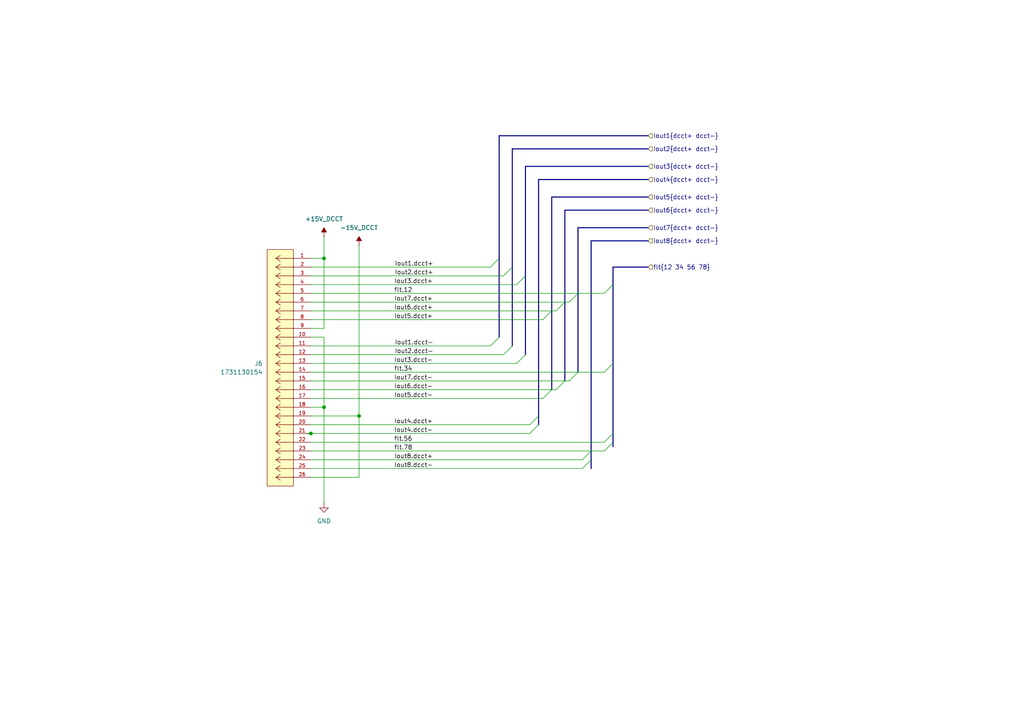
<source format=kicad_sch>
(kicad_sch (version 20250114) (generator "eeschema") (generator_version "9.0")
  (paper "A4")
  (lib_symbols
    (symbol "1731130154:1731130154" (pin_names (offset 1.016))
      (property "Reference" "J" (at 4.1656 5.3086 0))
      (property "Value" "1731130154" (at 4.8006 -31.5214 0))
      (symbol "1731130154_0_0"
        (rectangle (start 5.08 -66.04) (end 12.7 2.54) (stroke (width 0.1524)) (fill (type background)))
        (polyline (pts (xy 10.16 0) (xy 5.08 0)) (stroke (width 0.1524)))
        (polyline (pts (xy 10.16 0) (xy 8.89 0.8382)) (stroke (width 0.1524)))
        (polyline (pts (xy 10.16 0) (xy 8.89 -0.8382)) (stroke (width 0.1524)))
        (polyline (pts (xy 10.16 -2.54) (xy 5.08 -2.54)) (stroke (width 0.1524)))
        (polyline (pts (xy 10.16 -2.54) (xy 8.89 -1.7018)) (stroke (width 0.1524)))
        (polyline (pts (xy 10.16 -2.54) (xy 8.89 -3.3782)) (stroke (width 0.1524)))
        (polyline (pts (xy 10.16 -5.08) (xy 5.08 -5.08)) (stroke (width 0.1524)))
        (polyline (pts (xy 10.16 -5.08) (xy 8.89 -4.2418)) (stroke (width 0.1524)))
        (polyline (pts (xy 10.16 -5.08) (xy 8.89 -5.9182)) (stroke (width 0.1524)))
        (polyline (pts (xy 10.16 -7.62) (xy 5.08 -7.62)) (stroke (width 0.1524)))
        (polyline (pts (xy 10.16 -7.62) (xy 8.89 -6.7818)) (stroke (width 0.1524)))
        (polyline (pts (xy 10.16 -7.62) (xy 8.89 -8.4582)) (stroke (width 0.1524)))
        (polyline (pts (xy 10.16 -10.16) (xy 5.08 -10.16)) (stroke (width 0.1524)))
        (polyline (pts (xy 10.16 -10.16) (xy 8.89 -9.3218)) (stroke (width 0.1524)))
        (polyline (pts (xy 10.16 -10.16) (xy 8.89 -10.9982)) (stroke (width 0.1524)))
        (polyline (pts (xy 10.16 -12.7) (xy 5.08 -12.7)) (stroke (width 0.1524)))
        (polyline (pts (xy 10.16 -12.7) (xy 8.89 -11.8618)) (stroke (width 0.1524)))
        (polyline (pts (xy 10.16 -12.7) (xy 8.89 -13.5382)) (stroke (width 0.1524)))
        (polyline (pts (xy 10.16 -15.24) (xy 5.08 -15.24)) (stroke (width 0.1524)))
        (polyline (pts (xy 10.16 -15.24) (xy 8.89 -14.4018)) (stroke (width 0.1524)))
        (polyline (pts (xy 10.16 -15.24) (xy 8.89 -16.0782)) (stroke (width 0.1524)))
        (polyline (pts (xy 10.16 -17.78) (xy 5.08 -17.78)) (stroke (width 0.1524)))
        (polyline (pts (xy 10.16 -17.78) (xy 8.89 -16.9418)) (stroke (width 0.1524)))
        (polyline (pts (xy 10.16 -17.78) (xy 8.89 -18.6182)) (stroke (width 0.1524)))
        (polyline (pts (xy 10.16 -20.32) (xy 5.08 -20.32)) (stroke (width 0.1524)))
        (polyline (pts (xy 10.16 -20.32) (xy 8.89 -19.4818)) (stroke (width 0.1524)))
        (polyline (pts (xy 10.16 -20.32) (xy 8.89 -21.1582)) (stroke (width 0.1524)))
        (polyline (pts (xy 10.16 -22.86) (xy 5.08 -22.86)) (stroke (width 0.1524)))
        (polyline (pts (xy 10.16 -22.86) (xy 8.89 -22.0218)) (stroke (width 0.1524)))
        (polyline (pts (xy 10.16 -22.86) (xy 8.89 -23.6982)) (stroke (width 0.1524)))
        (polyline (pts (xy 10.16 -25.4) (xy 5.08 -25.4)) (stroke (width 0.1524)))
        (polyline (pts (xy 10.16 -25.4) (xy 8.89 -24.5618)) (stroke (width 0.1524)))
        (polyline (pts (xy 10.16 -25.4) (xy 8.89 -26.2382)) (stroke (width 0.1524)))
        (polyline (pts (xy 10.16 -27.94) (xy 5.08 -27.94)) (stroke (width 0.1524)))
        (polyline (pts (xy 10.16 -27.94) (xy 8.89 -27.1018)) (stroke (width 0.1524)))
        (polyline (pts (xy 10.16 -27.94) (xy 8.89 -28.7782)) (stroke (width 0.1524)))
        (polyline (pts (xy 10.16 -30.48) (xy 5.08 -30.48)) (stroke (width 0.1524)))
        (polyline (pts (xy 10.16 -30.48) (xy 8.89 -29.6418)) (stroke (width 0.1524)))
        (polyline (pts (xy 10.16 -30.48) (xy 8.89 -31.3182)) (stroke (width 0.1524)))
        (polyline (pts (xy 10.16 -33.02) (xy 5.08 -33.02)) (stroke (width 0.1524)))
        (polyline (pts (xy 10.16 -33.02) (xy 8.89 -32.1818)) (stroke (width 0.1524)))
        (polyline (pts (xy 10.16 -33.02) (xy 8.89 -33.8582)) (stroke (width 0.1524)))
        (polyline (pts (xy 10.16 -35.56) (xy 5.08 -35.56)) (stroke (width 0.1524)))
        (polyline (pts (xy 10.16 -35.56) (xy 8.89 -34.7218)) (stroke (width 0.1524)))
        (polyline (pts (xy 10.16 -35.56) (xy 8.89 -36.3982)) (stroke (width 0.1524)))
        (polyline (pts (xy 10.16 -38.1) (xy 5.08 -38.1)) (stroke (width 0.1524)))
        (polyline (pts (xy 10.16 -38.1) (xy 8.89 -37.2618)) (stroke (width 0.1524)))
        (polyline (pts (xy 10.16 -38.1) (xy 8.89 -38.9382)) (stroke (width 0.1524)))
        (polyline (pts (xy 10.16 -40.64) (xy 5.08 -40.64)) (stroke (width 0.1524)))
        (polyline (pts (xy 10.16 -40.64) (xy 8.89 -39.8018)) (stroke (width 0.1524)))
        (polyline (pts (xy 10.16 -40.64) (xy 8.89 -41.4782)) (stroke (width 0.1524)))
        (polyline (pts (xy 10.16 -43.18) (xy 5.08 -43.18)) (stroke (width 0.1524)))
        (polyline (pts (xy 10.16 -43.18) (xy 8.89 -42.3418)) (stroke (width 0.1524)))
        (polyline (pts (xy 10.16 -43.18) (xy 8.89 -44.0182)) (stroke (width 0.1524)))
        (polyline (pts (xy 10.16 -45.72) (xy 5.08 -45.72)) (stroke (width 0.1524)))
        (polyline (pts (xy 10.16 -45.72) (xy 8.89 -44.8818)) (stroke (width 0.1524)))
        (polyline (pts (xy 10.16 -45.72) (xy 8.89 -46.5582)) (stroke (width 0.1524)))
        (polyline (pts (xy 10.16 -48.26) (xy 5.08 -48.26)) (stroke (width 0.1524)))
        (polyline (pts (xy 10.16 -48.26) (xy 8.89 -47.4218)) (stroke (width 0.1524)))
        (polyline (pts (xy 10.16 -48.26) (xy 8.89 -49.0982)) (stroke (width 0.1524)))
        (polyline (pts (xy 10.16 -50.8) (xy 5.08 -50.8)) (stroke (width 0.1524)))
        (polyline (pts (xy 10.16 -50.8) (xy 8.89 -49.9618)) (stroke (width 0.1524)))
        (polyline (pts (xy 10.16 -50.8) (xy 8.89 -51.6382)) (stroke (width 0.1524)))
        (polyline (pts (xy 10.16 -53.34) (xy 5.08 -53.34)) (stroke (width 0.1524)))
        (polyline (pts (xy 10.16 -53.34) (xy 8.89 -52.5018)) (stroke (width 0.1524)))
        (polyline (pts (xy 10.16 -53.34) (xy 8.89 -54.1782)) (stroke (width 0.1524)))
        (polyline (pts (xy 10.16 -55.88) (xy 5.08 -55.88)) (stroke (width 0.1524)))
        (polyline (pts (xy 10.16 -55.88) (xy 8.89 -55.0418)) (stroke (width 0.1524)))
        (polyline (pts (xy 10.16 -55.88) (xy 8.89 -56.7182)) (stroke (width 0.1524)))
        (polyline (pts (xy 10.16 -58.42) (xy 5.08 -58.42)) (stroke (width 0.1524)))
        (polyline (pts (xy 10.16 -58.42) (xy 8.89 -57.5818)) (stroke (width 0.1524)))
        (polyline (pts (xy 10.16 -58.42) (xy 8.89 -59.2582)) (stroke (width 0.1524)))
        (polyline (pts (xy 10.16 -60.96) (xy 5.08 -60.96)) (stroke (width 0.1524)))
        (polyline (pts (xy 10.16 -60.96) (xy 8.89 -60.1218)) (stroke (width 0.1524)))
        (polyline (pts (xy 10.16 -60.96) (xy 8.89 -61.7982)) (stroke (width 0.1524)))
        (polyline (pts (xy 10.16 -63.5) (xy 5.08 -63.5)) (stroke (width 0.1524)))
        (polyline (pts (xy 10.16 -63.5) (xy 8.89 -62.6618)) (stroke (width 0.1524)))
        (polyline (pts (xy 10.16 -63.5) (xy 8.89 -64.3382)) (stroke (width 0.1524)))
        (pin passive line (at 0 0 0) (length 5.08) (name "~") (number "1"))
        (pin passive line (at 0 -2.54 0) (length 5.08) (name "~") (number "2"))
        (pin passive line (at 0 -5.08 0) (length 5.08) (name "~") (number "3"))
        (pin passive line (at 0 -7.62 0) (length 5.08) (name "~") (number "4"))
        (pin passive line (at 0 -10.16 0) (length 5.08) (name "~") (number "5"))
        (pin passive line (at 0 -12.7 0) (length 5.08) (name "~") (number "6"))
        (pin passive line (at 0 -15.24 0) (length 5.08) (name "~") (number "7"))
        (pin passive line (at 0 -17.78 0) (length 5.08) (name "~") (number "8"))
        (pin passive line (at 0 -20.32 0) (length 5.08) (name "~") (number "9"))
        (pin passive line (at 0 -22.86 0) (length 5.08) (name "~") (number "10"))
        (pin passive line (at 0 -25.4 0) (length 5.08) (name "~") (number "11"))
        (pin passive line (at 0 -27.94 0) (length 5.08) (name "~") (number "12"))
        (pin passive line (at 0 -30.48 0) (length 5.08) (name "~") (number "13"))
        (pin passive line (at 0 -33.02 0) (length 5.08) (name "~") (number "14"))
        (pin passive line (at 0 -35.56 0) (length 5.08) (name "~") (number "15"))
        (pin passive line (at 0 -38.1 0) (length 5.08) (name "~") (number "16"))
        (pin passive line (at 0 -40.64 0) (length 5.08) (name "~") (number "17"))
        (pin passive line (at 0 -43.18 0) (length 5.08) (name "~") (number "18"))
        (pin passive line (at 0 -45.72 0) (length 5.08) (name "~") (number "19"))
        (pin passive line (at 0 -48.26 0) (length 5.08) (name "~") (number "20"))
        (pin passive line (at 0 -50.8 0) (length 5.08) (name "~") (number "21"))
        (pin passive line (at 0 -53.34 0) (length 5.08) (name "~") (number "22"))
        (pin passive line (at 0 -55.88 0) (length 5.08) (name "~") (number "23"))
        (pin passive line (at 0 -58.42 0) (length 5.08) (name "~") (number "24"))
        (pin passive line (at 0 -60.96 0) (length 5.08) (name "~") (number "25"))
        (pin passive line (at 0 -63.5 0) (length 5.08) (name "~") (number "26"))
      )
    )
    (symbol "power:GND" (power) (pin_numbers (hide yes)) (pin_names (offset 0) (hide yes))
      (property "Value" "GND" (at 0 -3.81 0))
      (symbol "GND_0_1"
        (polyline (pts (xy 0 0) (xy 0 -1.27) (xy 1.27 -1.27) (xy 0 -2.54) (xy -1.27 -1.27) (xy 0 -1.27)))
      )
      (symbol "GND_1_1"
        (pin power_in line (at 0 0 270) (length 0) (name "~") (number "1"))
      )
    )
    (symbol "psc:+15V_DCCT" (power) (pin_numbers (hide yes)) (pin_names (offset 0) (hide yes))
      (property "Value" "+15V_DCCT" (at 0 3.556 0))
      (symbol "+15V_DCCT_0_0"
        (pin power_in line (at 0 0 90) (length 0) (name "~") (number "1"))
      )
      (symbol "+15V_DCCT_0_1"
        (polyline (pts (xy 0 0) (xy 0 1.27) (xy 0.762 1.27) (xy 0 2.54) (xy -0.762 1.27) (xy 0 1.27)) (fill (type outline)))
      )
    )
    (symbol "psc:-15V_DCCT" (power) (pin_numbers (hide yes)) (pin_names (offset 0) (hide yes))
      (property "Value" "-15V_DCCT" (at 0 3.556 0))
      (symbol "-15V_DCCT_0_0"
        (pin power_in line (at 0 0 90) (length 0) (name "~") (number "1"))
      )
      (symbol "-15V_DCCT_0_1"
        (polyline (pts (xy 0 0) (xy 0 1.27) (xy 0.762 1.27) (xy 0 2.54) (xy -0.762 1.27) (xy 0 1.27)) (fill (type outline)))
      )
    )
  )
  (junction (at 93.98 118.11))
  (junction (at 90.17 125.73))
  (junction (at 104.14 120.65))
  (junction (at 93.98 74.93))
  (bus_entry (at 152.4 102.87) (size -2.54 2.54))
  (bus_entry (at 160.02 90.17) (size -2.54 2.54))
  (bus_entry (at 148.59 100.33) (size -2.54 2.54))
  (bus_entry (at 156.21 120.65) (size -2.54 2.54))
  (bus_entry (at 152.4 80.01) (size -2.54 2.54))
  (bus_entry (at 156.21 123.19) (size -2.54 2.54))
  (bus_entry (at 148.59 77.47) (size -2.54 2.54))
  (bus_entry (at 144.78 74.93) (size -2.54 2.54))
  (bus_entry (at 177.8 125.73) (size -2.54 2.54))
  (bus_entry (at 160.02 113.03) (size -2.54 2.54))
  (bus_entry (at 167.64 85.09) (size -2.54 2.54))
  (bus_entry (at 177.8 128.27) (size -2.54 2.54))
  (bus_entry (at 167.64 107.95) (size -2.54 2.54))
  (bus_entry (at 171.45 130.81) (size -2.54 2.54))
  (bus_entry (at 163.83 87.63) (size -2.54 2.54))
  (bus_entry (at 163.83 110.49) (size -2.54 2.54))
  (bus_entry (at 177.8 105.41) (size -2.54 2.54))
  (bus_entry (at 144.78 97.79) (size -2.54 2.54))
  (bus_entry (at 177.8 82.55) (size -2.54 2.54))
  (bus_entry (at 171.45 133.35) (size -2.54 2.54))
  (bus (pts (xy 148.59 43.18) (xy 148.59 77.47)))
  (wire (pts (xy 90.17 138.43) (xy 104.14 138.43)))
  (wire (pts (xy 90.17 92.71) (xy 157.48 92.71)))
  (bus (pts (xy 156.21 52.07) (xy 187.96 52.07)))
  (bus (pts (xy 163.83 60.96) (xy 187.96 60.96)))
  (bus (pts (xy 144.78 74.93) (xy 144.78 97.79)))
  (wire (pts (xy 88.9 125.73) (xy 90.17 125.73)))
  (wire (pts (xy 90.17 77.47) (xy 142.24 77.47)))
  (bus (pts (xy 177.8 105.41) (xy 177.8 125.73)))
  (wire (pts (xy 93.98 118.11) (xy 93.98 146.05)))
  (wire (pts (xy 104.14 71.12) (xy 104.14 120.65)))
  (bus (pts (xy 177.8 125.73) (xy 177.8 128.27)))
  (wire (pts (xy 163.83 110.49) (xy 165.1 110.49)))
  (bus (pts (xy 160.02 57.15) (xy 187.96 57.15)))
  (wire (pts (xy 90.17 90.17) (xy 160.02 90.17)))
  (bus (pts (xy 177.8 77.47) (xy 177.8 82.55)))
  (wire (pts (xy 90.17 110.49) (xy 163.83 110.49)))
  (bus (pts (xy 177.8 128.27) (xy 177.8 129.54)))
  (bus (pts (xy 156.21 120.65) (xy 156.21 123.19)))
  (wire (pts (xy 90.17 100.33) (xy 142.24 100.33)))
  (bus (pts (xy 160.02 90.17) (xy 160.02 113.03)))
  (wire (pts (xy 90.17 74.93) (xy 93.98 74.93)))
  (bus (pts (xy 167.64 66.04) (xy 187.96 66.04)))
  (bus (pts (xy 148.59 43.18) (xy 187.96 43.18)))
  (wire (pts (xy 163.83 87.63) (xy 165.1 87.63)))
  (bus (pts (xy 156.21 52.07) (xy 156.21 120.65)))
  (wire (pts (xy 90.17 82.55) (xy 149.86 82.55)))
  (bus (pts (xy 167.64 85.09) (xy 167.64 107.95)))
  (bus (pts (xy 148.59 77.47) (xy 148.59 100.33)))
  (bus (pts (xy 167.64 66.04) (xy 167.64 85.09)))
  (bus (pts (xy 152.4 80.01) (xy 152.4 102.87)))
  (wire (pts (xy 93.98 74.93) (xy 93.98 68.58)))
  (wire (pts (xy 90.17 97.79) (xy 93.98 97.79)))
  (wire (pts (xy 90.17 107.95) (xy 167.64 107.95)))
  (wire (pts (xy 104.14 138.43) (xy 104.14 120.65)))
  (wire (pts (xy 90.17 133.35) (xy 168.91 133.35)))
  (bus (pts (xy 187.96 39.37) (xy 144.78 39.37)))
  (wire (pts (xy 90.17 113.03) (xy 160.02 113.03)))
  (wire (pts (xy 90.17 87.63) (xy 163.83 87.63)))
  (wire (pts (xy 90.17 102.87) (xy 146.05 102.87)))
  (bus (pts (xy 163.83 87.63) (xy 163.83 110.49)))
  (bus (pts (xy 187.96 77.47) (xy 177.8 77.47)))
  (wire (pts (xy 90.17 105.41) (xy 149.86 105.41)))
  (wire (pts (xy 90.17 123.19) (xy 153.67 123.19)))
  (wire (pts (xy 90.17 130.81) (xy 171.45 130.81)))
  (wire (pts (xy 160.02 90.17) (xy 161.29 90.17)))
  (bus (pts (xy 171.45 133.35) (xy 171.45 135.89)))
  (wire (pts (xy 160.02 113.03) (xy 161.29 113.03)))
  (bus (pts (xy 160.02 57.15) (xy 160.02 90.17)))
  (bus (pts (xy 177.8 82.55) (xy 177.8 105.41)))
  (bus (pts (xy 171.45 130.81) (xy 171.45 133.35)))
  (wire (pts (xy 93.98 95.25) (xy 93.98 74.93)))
  (wire (pts (xy 167.64 107.95) (xy 175.26 107.95)))
  (wire (pts (xy 93.98 97.79) (xy 93.98 118.11)))
  (bus (pts (xy 144.78 39.37) (xy 144.78 74.93)))
  (bus (pts (xy 163.83 60.96) (xy 163.83 87.63)))
  (wire (pts (xy 90.17 128.27) (xy 175.26 128.27)))
  (bus (pts (xy 171.45 69.85) (xy 187.96 69.85)))
  (wire (pts (xy 90.17 118.11) (xy 93.98 118.11)))
  (wire (pts (xy 90.17 125.73) (xy 153.67 125.73)))
  (bus (pts (xy 187.96 48.26) (xy 152.4 48.26)))
  (wire (pts (xy 90.17 85.09) (xy 167.64 85.09)))
  (wire (pts (xy 104.14 120.65) (xy 90.17 120.65)))
  (bus (pts (xy 171.45 69.85) (xy 171.45 130.81)))
  (wire (pts (xy 90.17 80.01) (xy 146.05 80.01)))
  (wire (pts (xy 90.17 95.25) (xy 93.98 95.25)))
  (wire (pts (xy 90.17 115.57) (xy 157.48 115.57)))
  (wire (pts (xy 90.17 135.89) (xy 168.91 135.89)))
  (wire (pts (xy 171.45 130.81) (xy 175.26 130.81)))
  (wire (pts (xy 167.64 85.09) (xy 175.26 85.09)))
  (bus (pts (xy 152.4 48.26) (xy 152.4 80.01)))
  (label "Iout5.dcct+" (at 114.3 92.71 0))
  (label "flt.56" (at 114.3 128.27 0))
  (label "Iout6.dcct-" (at 114.3 113.03 0))
  (label "Iout1.dcct+" (at 125.73 77.47 180))
  (label "Iout1.dcct-" (at 125.73 100.33 180))
  (label "Iout4.dcct+" (at 114.3 123.19 0))
  (label "Iout4.dcct-" (at 114.3 125.73 0))
  (label "Iout8.dcct+" (at 114.3 133.35 0))
  (label "Iout2.dcct+" (at 125.73 80.01 180))
  (label "flt.34" (at 114.3 107.95 0))
  (label "Iout7.dcct-" (at 114.3 110.49 0))
  (label "Iout6.dcct+" (at 114.3 90.17 0))
  (label "Iout8.dcct-" (at 114.3 135.89 0))
  (label "flt.12" (at 114.3 85.09 0))
  (label "Iout5.dcct-" (at 114.3 115.57 0))
  (label "Iout3.dcct-" (at 114.3 105.41 0))
  (label "Iout3.dcct+" (at 114.3 82.55 0))
  (label "Iout2.dcct-" (at 125.73 102.87 180))
  (label "flt.78" (at 114.3 130.81 0))
  (label "Iout7.dcct+" (at 114.3 87.63 0))
  (hierarchical_label "flt{12 34 56 78}" (shape input) (at 187.96 77.47 0))
  (hierarchical_label "Iout8{dcct+ dcct-}" (shape input) (at 187.96 69.85 0))
  (hierarchical_label "Iout6{dcct+ dcct-}" (shape input) (at 187.96 60.96 0))
  (hierarchical_label "Iout4{dcct+ dcct-}" (shape input) (at 187.96 52.07 0))
  (hierarchical_label "Iout3{dcct+ dcct-}" (shape input) (at 187.96 48.26 0))
  (hierarchical_label "Iout7{dcct+ dcct-}" (shape input) (at 187.96 66.04 0))
  (hierarchical_label "Iout1{dcct+ dcct-}" (shape input) (at 187.96 39.37 0))
  (hierarchical_label "Iout2{dcct+ dcct-}" (shape input) (at 187.96 43.18 0))
  (hierarchical_label "Iout5{dcct+ dcct-}" (shape input) (at 187.96 57.15 0))
  (symbol (lib_id "1731130154:1731130154") (at 90.17 74.93 0) (mirror y) (unit 1)
    (property "Reference" "J6" (at 76.2 105.4099 0) (effects (justify left)))
    (property "Value" "1731130154" (at 76.2 107.9499 0) (effects (justify left)))
    (property "Footprint" "myparts:CONN_F15-26P135G0-5979_MOL" (effects (hide yes)))
    (property "MFR_NAME" "Molex Connector Corporation" (effects (hide yes)))
    (property "MANUFACTURER_PART_NUMBER" "1731130154" (effects (hide yes)))
  )
  (symbol (lib_id "power:GND") (at 93.98 146.05 0) (unit 1)
    (property "Reference" "#PWR030" (effects (hide yes)))
    (property "Value" "GND" (at 93.98 151.13 0))
    (property "Description" "Power symbol creates a global label with name \"GND\" , ground" (effects (hide yes)))
  )
  (symbol (lib_id "psc:-15V_DCCT") (at 104.14 71.12 0) (unit 1)
    (property "Reference" "#PWR031" (effects (hide yes)))
    (property "Value" "-15V_DCCT" (at 104.14 66.04 0))
    (property "Description" "Power symbol creates a global label with name \"-15V\"" (effects (hide yes)))
  )
  (symbol (lib_id "psc:+15V_DCCT") (at 93.98 68.58 0) (unit 1)
    (property "Reference" "#PWR029" (effects (hide yes)))
    (property "Value" "+15V_DCCT" (at 93.98 63.5 0))
    (property "Description" "Power symbol creates a global label with name \"-15V\"" (effects (hide yes)))
  )
)
</source>
